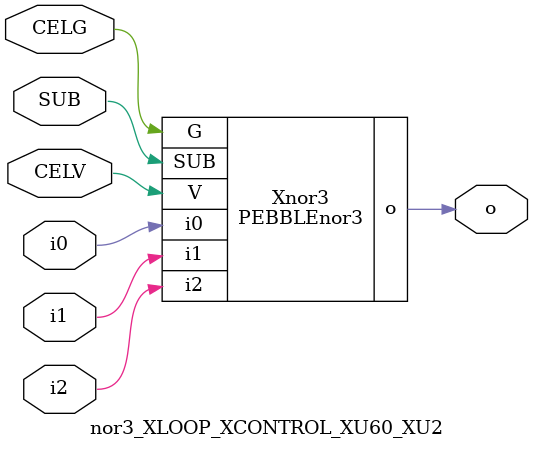
<source format=v>



module PEBBLEnor3 ( o, G, SUB, V, i0, i1, i2 );

  input i0;
  input V;
  input i2;
  input i1;
  input G;
  output o;
  input SUB;
endmodule

//Celera Confidential Do Not Copy nor3_XLOOP_XCONTROL_XU60_XU2
//Celera Confidential Symbol Generator
//NOR3
module nor3_XLOOP_XCONTROL_XU60_XU2 (CELV,CELG,i0,i1,i2,o,SUB);
input CELV;
input CELG;
input i0;
input i1;
input i2;
input SUB;
output o;

//Celera Confidential Do Not Copy nor3
PEBBLEnor3 Xnor3(
.V (CELV),
.i0 (i0),
.i1 (i1),
.i2 (i2),
.o (o),
.SUB (SUB),
.G (CELG)
);
//,diesize,PEBBLEnor3

//Celera Confidential Do Not Copy Module End
//Celera Schematic Generator
endmodule

</source>
